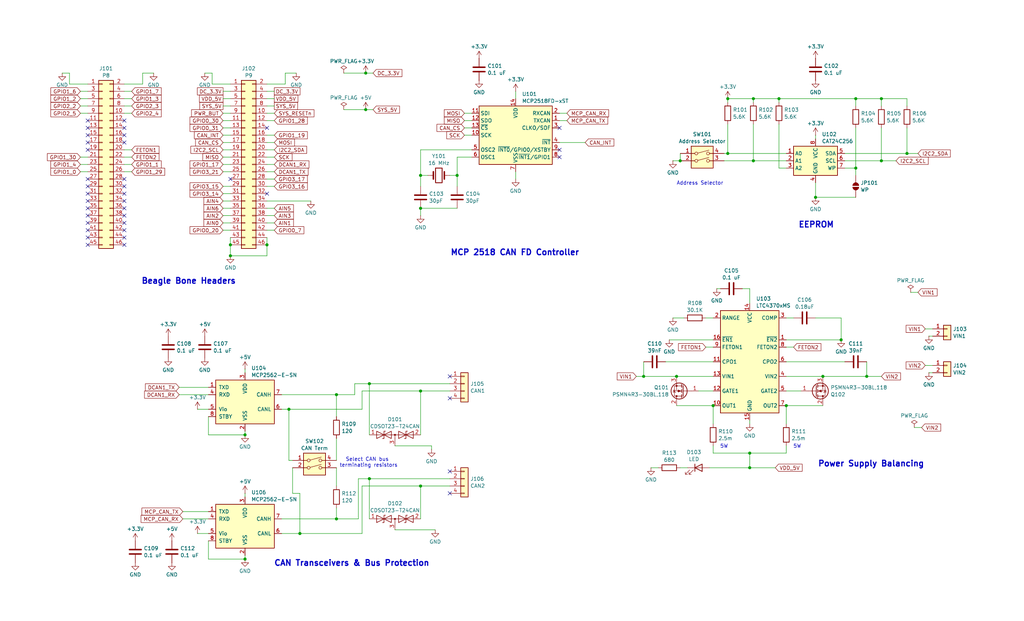
<source format=kicad_sch>
(kicad_sch (version 20231120) (generator "eeschema") (generator_version "8.0")
  (paper "USLegal")
  (title_block (title "Avdisplay Cape") (rev "1.0") (company "bit-builder.com"))
  (junction (at 273.05 140.97))
  (junction (at 297.18 58.42))
  (junction (at 116.84 137.16))
  (junction (at 80.01 85.09))
  (junction (at 146.05 168.91))
  (junction (at 146.05 135.89))
  (junction (at 80.01 88.9))
  (junction (at 146.05 72.39))
  (junction (at 116.84 180.34))
  (junction (at 85.09 194.31))
  (junction (at 297.18 34.29))
  (junction (at 146.05 60.96))
  (junction (at 158.75 60.96))
  (junction (at 283.21 68.58))
  (junction (at 261.62 34.29))
  (junction (at 314.96 53.34))
  (junction (at 128.27 133.35))
  (junction (at 285.75 130.81))
  (junction (at 292.1 118.11))
  (junction (at 300.99 130.81))
  (junction (at 252.73 34.29))
  (junction (at 306.07 34.29))
  (junction (at 260.35 157.48))
  (junction (at 260.35 162.56))
  (junction (at 252.73 53.34))
  (junction (at 85.09 151.13))
  (junction (at 128.27 166.37))
  (junction (at 261.62 55.88))
  (junction (at 306.07 55.88))
  (junction (at 236.22 55.88))
  (junction (at 247.65 140.97))
  (junction (at 100.33 142.24))
  (junction (at 234.95 130.81))
  (junction (at 104.14 185.42))
  (junction (at 127 25.4))
  (junction (at 223.52 130.81))
  (junction (at 92.71 85.09))
  (junction (at 270.51 34.29))
  (junction (at 127 38.1))
  (no_connect (at 30.48 72.39))
  (no_connect (at 30.48 44.45))
  (no_connect (at 43.18 46.99))
  (no_connect (at 30.48 62.23))
  (no_connect (at 156.21 163.83))
  (no_connect (at 43.18 41.91))
  (no_connect (at 43.18 80.01))
  (no_connect (at 156.21 138.43))
  (no_connect (at 43.18 67.31))
  (no_connect (at 43.18 44.45))
  (no_connect (at 43.18 64.77))
  (no_connect (at 43.18 49.53))
  (no_connect (at 43.18 77.47))
  (no_connect (at 194.31 44.45))
  (no_connect (at 43.18 69.85))
  (no_connect (at 156.21 171.45))
  (no_connect (at 92.71 44.45))
  (no_connect (at 30.48 46.99))
  (no_connect (at 194.31 52.07))
  (no_connect (at 43.18 82.55))
  (no_connect (at 30.48 49.53))
  (no_connect (at 43.18 85.09))
  (no_connect (at 30.48 41.91))
  (no_connect (at 80.01 62.23))
  (no_connect (at 30.48 82.55))
  (no_connect (at 30.48 80.01))
  (no_connect (at 30.48 85.09))
  (no_connect (at 43.18 62.23))
  (no_connect (at 30.48 77.47))
  (no_connect (at 30.48 64.77))
  (no_connect (at 30.48 67.31))
  (no_connect (at 43.18 72.39))
  (no_connect (at 30.48 74.93))
  (no_connect (at 156.21 130.81))
  (no_connect (at 30.48 69.85))
  (no_connect (at 30.48 52.07))
  (no_connect (at 43.18 74.93))
  (no_connect (at 92.71 67.31))
  (no_connect (at 194.31 54.61))
  (wire (pts (xy 127 38.1) (xy 129.54 38.1)))
  (wire (pts (xy 92.71 88.9) (xy 80.01 88.9)))
  (wire (pts (xy 77.47 52.07) (xy 80.01 52.07)))
  (wire (pts (xy 322.58 116.84) (xy 323.85 116.84)))
  (wire (pts (xy 72.39 187.96) (xy 72.39 194.31)))
  (wire (pts (xy 194.31 39.37) (xy 196.85 39.37)))
  (wire (pts (xy 99.06 29.21) (xy 99.06 25.4)))
  (wire (pts (xy 149.86 154.94) (xy 149.86 156.21)))
  (wire (pts (xy 158.75 54.61) (xy 158.75 60.96)))
  (wire (pts (xy 273.05 140.97) (xy 273.05 147.32)))
  (wire (pts (xy 77.47 34.29) (xy 80.01 34.29)))
  (wire (pts (xy 146.05 135.89) (xy 125.73 135.89)))
  (wire (pts (xy 292.1 110.49) (xy 292.1 118.11)))
  (wire (pts (xy 314.96 53.34) (xy 318.77 53.34)))
  (wire (pts (xy 245.11 110.49) (xy 247.65 110.49)))
  (wire (pts (xy 92.71 39.37) (xy 95.25 39.37)))
  (wire (pts (xy 261.62 55.88) (xy 273.05 55.88)))
  (wire (pts (xy 80.01 85.09) (xy 80.01 88.9)))
  (wire (pts (xy 125.73 168.91) (xy 125.73 185.42)))
  (wire (pts (xy 92.71 74.93) (xy 95.25 74.93)))
  (wire (pts (xy 77.47 44.45) (xy 80.01 44.45)))
  (wire (pts (xy 77.47 74.93) (xy 80.01 74.93)))
  (wire (pts (xy 273.05 120.65) (xy 275.59 120.65)))
  (wire (pts (xy 247.65 140.97) (xy 247.65 147.32)))
  (wire (pts (xy 100.33 142.24) (xy 97.79 142.24)))
  (wire (pts (xy 137.16 154.94) (xy 149.86 154.94)))
  (wire (pts (xy 77.47 39.37) (xy 80.01 39.37)))
  (wire (pts (xy 273.05 125.73) (xy 293.37 125.73)))
  (wire (pts (xy 77.47 36.83) (xy 80.01 36.83)))
  (wire (pts (xy 317.5 148.59) (xy 320.04 148.59)))
  (wire (pts (xy 72.39 151.13) (xy 85.09 151.13)))
  (wire (pts (xy 71.12 25.4) (xy 73.66 25.4)))
  (wire (pts (xy 300.99 125.73) (xy 300.99 130.81)))
  (wire (pts (xy 77.47 57.15) (xy 80.01 57.15)))
  (wire (pts (xy 137.16 184.15) (xy 151.13 184.15)))
  (wire (pts (xy 92.71 82.55) (xy 92.71 85.09)))
  (wire (pts (xy 92.71 52.07) (xy 95.25 52.07)))
  (wire (pts (xy 43.18 36.83) (xy 45.72 36.83)))
  (wire (pts (xy 321.31 114.3) (xy 323.85 114.3)))
  (wire (pts (xy 27.94 36.83) (xy 30.48 36.83)))
  (wire (pts (xy 62.23 137.16) (xy 72.39 137.16)))
  (wire (pts (xy 321.31 127) (xy 323.85 127)))
  (wire (pts (xy 270.51 34.29) (xy 270.51 35.56)))
  (wire (pts (xy 273.05 135.89) (xy 278.13 135.89)))
  (wire (pts (xy 27.94 31.75) (xy 30.48 31.75)))
  (wire (pts (xy 49.53 29.21) (xy 49.53 25.4)))
  (wire (pts (xy 306.07 55.88) (xy 311.15 55.88)))
  (wire (pts (xy 124.46 166.37) (xy 128.27 166.37)))
  (wire (pts (xy 77.47 77.47) (xy 80.01 77.47)))
  (wire (pts (xy 300.99 130.81) (xy 306.07 130.81)))
  (wire (pts (xy 156.21 135.89) (xy 146.05 135.89)))
  (wire (pts (xy 77.47 59.69) (xy 80.01 59.69)))
  (wire (pts (xy 292.1 118.11) (xy 273.05 118.11)))
  (wire (pts (xy 156.21 168.91) (xy 146.05 168.91)))
  (wire (pts (xy 62.23 134.62) (xy 72.39 134.62)))
  (wire (pts (xy 123.19 137.16) (xy 116.84 137.16)))
  (wire (pts (xy 92.71 54.61) (xy 95.25 54.61)))
  (wire (pts (xy 226.06 162.56) (xy 228.6 162.56)))
  (wire (pts (xy 283.21 63.5) (xy 283.21 68.58)))
  (wire (pts (xy 116.84 152.4) (xy 116.84 160.02)))
  (wire (pts (xy 43.18 59.69) (xy 45.72 59.69)))
  (wire (pts (xy 77.47 64.77) (xy 80.01 64.77)))
  (wire (pts (xy 27.94 59.69) (xy 30.48 59.69)))
  (wire (pts (xy 248.92 100.33) (xy 250.19 100.33)))
  (wire (pts (xy 146.05 60.96) (xy 146.05 64.77)))
  (wire (pts (xy 146.05 168.91) (xy 146.05 180.34)))
  (wire (pts (xy 92.71 80.01) (xy 95.25 80.01)))
  (wire (pts (xy 146.05 52.07) (xy 146.05 60.96)))
  (wire (pts (xy 101.6 160.02) (xy 100.33 160.02)))
  (wire (pts (xy 273.05 157.48) (xy 273.05 154.94)))
  (wire (pts (xy 92.71 62.23) (xy 95.25 62.23)))
  (wire (pts (xy 101.6 171.45) (xy 104.14 171.45)))
  (wire (pts (xy 247.65 154.94) (xy 247.65 157.48)))
  (wire (pts (xy 237.49 110.49) (xy 233.68 110.49)))
  (wire (pts (xy 27.94 34.29) (xy 30.48 34.29)))
  (wire (pts (xy 156.21 133.35) (xy 128.27 133.35)))
  (wire (pts (xy 261.62 34.29) (xy 261.62 35.56)))
  (wire (pts (xy 101.6 162.56) (xy 101.6 171.45)))
  (wire (pts (xy 92.71 85.09) (xy 92.71 88.9)))
  (wire (pts (xy 92.71 29.21) (xy 99.06 29.21)))
  (wire (pts (xy 297.18 58.42) (xy 293.37 58.42)))
  (wire (pts (xy 261.62 34.29) (xy 270.51 34.29)))
  (wire (pts (xy 270.51 34.29) (xy 297.18 34.29)))
  (wire (pts (xy 223.52 125.73) (xy 223.52 130.81)))
  (wire (pts (xy 283.21 68.58) (xy 297.18 68.58)))
  (wire (pts (xy 27.94 54.61) (xy 30.48 54.61)))
  (wire (pts (xy 77.47 54.61) (xy 80.01 54.61)))
  (wire (pts (xy 252.73 34.29) (xy 252.73 35.56)))
  (wire (pts (xy 119.38 25.4) (xy 127 25.4)))
  (wire (pts (xy 43.18 54.61) (xy 45.72 54.61)))
  (wire (pts (xy 73.66 25.4) (xy 73.66 29.21)))
  (wire (pts (xy 125.73 135.89) (xy 125.73 142.24)))
  (wire (pts (xy 124.46 180.34) (xy 124.46 166.37)))
  (wire (pts (xy 68.58 185.42) (xy 72.39 185.42)))
  (wire (pts (xy 68.58 142.24) (xy 72.39 142.24)))
  (wire (pts (xy 314.96 34.29) (xy 314.96 36.83)))
  (wire (pts (xy 322.58 129.54) (xy 323.85 129.54)))
  (wire (pts (xy 247.65 157.48) (xy 260.35 157.48)))
  (wire (pts (xy 92.71 41.91) (xy 95.25 41.91)))
  (wire (pts (xy 273.05 130.81) (xy 285.75 130.81)))
  (wire (pts (xy 306.07 44.45) (xy 306.07 55.88)))
  (wire (pts (xy 128.27 166.37) (xy 156.21 166.37)))
  (wire (pts (xy 179.07 59.69) (xy 179.07 62.23)))
  (wire (pts (xy 260.35 100.33) (xy 260.35 105.41)))
  (wire (pts (xy 21.59 25.4) (xy 24.13 25.4)))
  (wire (pts (xy 92.71 57.15) (xy 95.25 57.15)))
  (wire (pts (xy 163.83 52.07) (xy 146.05 52.07)))
  (wire (pts (xy 116.84 180.34) (xy 124.46 180.34)))
  (wire (pts (xy 128.27 133.35) (xy 123.19 133.35)))
  (wire (pts (xy 232.41 118.11) (xy 247.65 118.11)))
  (wire (pts (xy 92.71 64.77) (xy 95.25 64.77)))
  (wire (pts (xy 77.47 67.31) (xy 80.01 67.31)))
  (wire (pts (xy 63.5 177.8) (xy 72.39 177.8)))
  (wire (pts (xy 161.29 44.45) (xy 163.83 44.45)))
  (wire (pts (xy 260.35 157.48) (xy 260.35 162.56)))
  (wire (pts (xy 306.07 34.29) (xy 314.96 34.29)))
  (wire (pts (xy 179.07 31.75) (xy 179.07 34.29)))
  (wire (pts (xy 161.29 39.37) (xy 163.83 39.37)))
  (wire (pts (xy 92.71 77.47) (xy 95.25 77.47)))
  (wire (pts (xy 100.33 160.02) (xy 100.33 142.24)))
  (wire (pts (xy 146.05 72.39) (xy 146.05 74.93)))
  (wire (pts (xy 92.71 36.83) (xy 95.25 36.83)))
  (wire (pts (xy 297.18 34.29) (xy 306.07 34.29)))
  (wire (pts (xy 77.47 72.39) (xy 80.01 72.39)))
  (wire (pts (xy 273.05 110.49) (xy 275.59 110.49)))
  (wire (pts (xy 283.21 46.99) (xy 283.21 48.26)))
  (wire (pts (xy 92.71 69.85) (xy 107.95 69.85)))
  (wire (pts (xy 314.96 44.45) (xy 314.96 53.34)))
  (wire (pts (xy 72.39 144.78) (xy 72.39 151.13)))
  (wire (pts (xy 77.47 41.91) (xy 80.01 41.91)))
  (wire (pts (xy 252.73 43.18) (xy 252.73 53.34)))
  (wire (pts (xy 234.95 140.97) (xy 247.65 140.97)))
  (wire (pts (xy 97.79 180.34) (xy 116.84 180.34)))
  (wire (pts (xy 24.13 29.21) (xy 30.48 29.21)))
  (wire (pts (xy 92.71 72.39) (xy 95.25 72.39)))
  (wire (pts (xy 128.27 166.37) (xy 128.27 180.34)))
  (wire (pts (xy 77.47 31.75) (xy 80.01 31.75)))
  (wire (pts (xy 231.14 125.73) (xy 247.65 125.73)))
  (wire (pts (xy 251.46 55.88) (xy 261.62 55.88)))
  (wire (pts (xy 104.14 171.45) (xy 104.14 185.42)))
  (wire (pts (xy 260.35 162.56) (xy 269.24 162.56)))
  (wire (pts (xy 297.18 58.42) (xy 297.18 60.96)))
  (wire (pts (xy 158.75 60.96) (xy 158.75 64.77)))
  (wire (pts (xy 306.07 34.29) (xy 306.07 36.83)))
  (wire (pts (xy 80.01 82.55) (xy 80.01 85.09)))
  (wire (pts (xy 234.95 130.81) (xy 247.65 130.81)))
  (wire (pts (xy 119.38 38.1) (xy 127 38.1)))
  (wire (pts (xy 116.84 137.16) (xy 97.79 137.16)))
  (wire (pts (xy 43.18 39.37) (xy 45.72 39.37)))
  (wire (pts (xy 245.11 120.65) (xy 247.65 120.65)))
  (wire (pts (xy 73.66 29.21) (xy 80.01 29.21)))
  (wire (pts (xy 85.09 171.45) (xy 85.09 172.72)))
  (wire (pts (xy 85.09 128.27) (xy 85.09 129.54)))
  (wire (pts (xy 127 25.4) (xy 129.54 25.4)))
  (wire (pts (xy 125.73 142.24) (xy 100.33 142.24)))
  (wire (pts (xy 261.62 43.18) (xy 261.62 55.88)))
  (wire (pts (xy 92.71 59.69) (xy 95.25 59.69)))
  (wire (pts (xy 161.29 41.91) (xy 163.83 41.91)))
  (wire (pts (xy 72.39 194.31) (xy 85.09 194.31)))
  (wire (pts (xy 273.05 140.97) (xy 285.75 140.97)))
  (wire (pts (xy 116.84 176.53) (xy 116.84 180.34)))
  (wire (pts (xy 316.23 101.6) (xy 318.77 101.6)))
  (wire (pts (xy 43.18 52.07) (xy 45.72 52.07)))
  (wire (pts (xy 146.05 168.91) (xy 125.73 168.91)))
  (wire (pts (xy 43.18 34.29) (xy 45.72 34.29)))
  (wire (pts (xy 123.19 133.35) (xy 123.19 137.16)))
  (wire (pts (xy 252.73 34.29) (xy 261.62 34.29)))
  (wire (pts (xy 92.71 31.75) (xy 95.25 31.75)))
  (wire (pts (xy 63.5 180.34) (xy 72.39 180.34)))
  (wire (pts (xy 77.47 80.01) (xy 80.01 80.01)))
  (wire (pts (xy 220.98 130.81) (xy 223.52 130.81)))
  (wire (pts (xy 77.47 46.99) (xy 80.01 46.99)))
  (wire (pts (xy 92.71 34.29) (xy 95.25 34.29)))
  (wire (pts (xy 293.37 53.34) (xy 314.96 53.34)))
  (wire (pts (xy 27.94 39.37) (xy 30.48 39.37)))
  (wire (pts (xy 194.31 49.53) (xy 203.2 49.53)))
  (wire (pts (xy 285.75 130.81) (xy 300.99 130.81)))
  (wire (pts (xy 27.94 57.15) (xy 30.48 57.15)))
  (wire (pts (xy 252.73 53.34) (xy 273.05 53.34)))
  (wire (pts (xy 128.27 133.35) (xy 128.27 151.13)))
  (wire (pts (xy 236.22 162.56) (xy 238.76 162.56)))
  (wire (pts (xy 297.18 44.45) (xy 297.18 58.42)))
  (wire (pts (xy 236.22 53.34) (xy 236.22 55.88)))
  (wire (pts (xy 146.05 135.89) (xy 146.05 151.13)))
  (wire (pts (xy 24.13 25.4) (xy 24.13 29.21)))
  (wire (pts (xy 85.09 193.04) (xy 85.09 194.31)))
  (wire (pts (xy 161.29 46.99) (xy 163.83 46.99)))
  (wire (pts (xy 43.18 57.15) (xy 45.72 57.15)))
  (wire (pts (xy 233.68 55.88) (xy 236.22 55.88)))
  (wire (pts (xy 146.05 60.96) (xy 148.59 60.96)))
  (wire (pts (xy 251.46 53.34) (xy 252.73 53.34)))
  (wire (pts (xy 242.57 135.89) (xy 247.65 135.89)))
  (wire (pts (xy 85.09 149.86) (xy 85.09 151.13)))
  (wire (pts (xy 194.31 41.91) (xy 196.85 41.91)))
  (wire (pts (xy 43.18 31.75) (xy 45.72 31.75)))
  (wire (pts (xy 116.84 137.16) (xy 116.84 144.78)))
  (wire (pts (xy 223.52 130.81) (xy 234.95 130.81)))
  (wire (pts (xy 99.06 25.4) (xy 102.87 25.4)))
  (wire (pts (xy 260.35 100.33) (xy 257.81 100.33)))
  (wire (pts (xy 260.35 146.05) (xy 260.35 147.32)))
  (wire (pts (xy 125.73 185.42) (xy 104.14 185.42)))
  (wire (pts (xy 158.75 60.96) (xy 156.21 60.96)))
  (wire (pts (xy 283.21 110.49) (xy 292.1 110.49)))
  (wire (pts (xy 146.05 72.39) (xy 158.75 72.39)))
  (wire (pts (xy 260.35 157.48) (xy 273.05 157.48)))
  (wire (pts (xy 246.38 162.56) (xy 260.35 162.56)))
  (wire (pts (xy 92.71 49.53) (xy 95.25 49.53)))
  (wire (pts (xy 293.37 55.88) (xy 306.07 55.88)))
  (wire (pts (xy 77.47 69.85) (xy 80.01 69.85)))
  (wire (pts (xy 43.18 29.21) (xy 49.53 29.21)))
  (wire (pts (xy 270.51 58.42) (xy 273.05 58.42)))
  (wire (pts (xy 104.14 185.42) (xy 97.79 185.42)))
  (wire (pts (xy 163.83 54.61) (xy 158.75 54.61)))
  (wire (pts (xy 297.18 34.29) (xy 297.18 36.83)))
  (wire (pts (xy 92.71 46.99) (xy 95.25 46.99)))
  (wire (pts (xy 270.51 43.18) (xy 270.51 58.42)))
  (wire (pts (xy 116.84 162.56) (xy 116.84 168.91)))
  (wire (pts (xy 49.53 25.4) (xy 53.34 25.4)))
  (wire (pts (xy 77.47 49.53) (xy 80.01 49.53)))
  (text "EEPROM" (at 283.464 78.232 0) (effects (font (size 2 2) (bold yes))))
  (text "Beagle Bone Headers" (at 65.532 97.79 0) (effects (font (size 2 2) (bold yes))))
  (text "CAN Transceivers & Bus Protection" (at 122.174 195.834 0) (effects (font (size 2 2) (bold yes))))
  (text "MCP 2518 CAN FD Controller" (at 178.816 87.884 0) (effects (font (size 2 2) (bold yes))))
  (text "Power Supply Balancing" (at 302.514 161.29 0) (effects (font (size 2 2) (bold yes))))
  (text "5W" (at 276.86 155.194 0) (effects (font (size 1.27 1.27))))
  (text "Select CAN bus \nterminating resistors" (at 128.016 160.782 0) (effects (font (size 1.27 1.27))))
  (text "Address Selector" (at 243.078 63.754 0) (effects (font (size 1.27 1.27))))
  (text "5W" (at 251.46 155.194 0) (effects (font (size 1.27 1.27))))
  (global_label "PWR_BUT" (shape input) (at 77.47 39.37 180) (property "Intersheetrefs" "${INTERSHEET_REFS}" (effects (hide yes))))
  (global_label "GPIO0_30" (shape input) (at 77.47 41.91 180) (property "Intersheetrefs" "${INTERSHEET_REFS}" (effects (hide yes))))
  (global_label "GPIO3_15" (shape input) (at 77.47 64.77 180) (property "Intersheetrefs" "${INTERSHEET_REFS}" (effects (hide yes))))
  (global_label "AIN4" (shape input) (at 77.47 69.85 180) (property "Intersheetrefs" "${INTERSHEET_REFS}" (effects (hide yes))))
  (global_label "GPIO0_31" (shape input) (at 77.47 44.45 180) (property "Intersheetrefs" "${INTERSHEET_REFS}" (effects (hide yes))))
  (global_label "SCK" (shape input) (at 161.29 46.99 180) (property "Intersheetrefs" "${INTERSHEET_REFS}" (effects (hide yes))))
  (global_label "GPIO1_2" (shape input) (at 27.94 34.29 180) (property "Intersheetrefs" "${INTERSHEET_REFS}" (effects (hide yes))))
  (global_label "CAN_CS" (shape input) (at 77.47 49.53 180) (property "Intersheetrefs" "${INTERSHEET_REFS}" (effects (hide yes))))
  (global_label "SYS_RESETn" (shape input) (at 95.25 39.37 0) (property "Intersheetrefs" "${INTERSHEET_REFS}" (effects (hide yes))))
  (global_label "GPIO1_19" (shape input) (at 95.25 46.99 0) (property "Intersheetrefs" "${INTERSHEET_REFS}" (effects (hide yes))))
  (global_label "GPIO0_7" (shape input) (at 95.25 80.01 0) (property "Intersheetrefs" "${INTERSHEET_REFS}" (effects (hide yes))))
  (global_label "I2C2_SCL" (shape input) (at 77.47 52.07 180) (property "Intersheetrefs" "${INTERSHEET_REFS}" (effects (hide yes))))
  (global_label "I2C2_SCL" (shape input) (at 311.15 55.88 0) (property "Intersheetrefs" "${INTERSHEET_REFS}" (effects (hide yes))))
  (global_label "AIN1" (shape input) (at 95.25 77.47 0) (property "Intersheetrefs" "${INTERSHEET_REFS}" (effects (hide yes))))
  (global_label "VIN1" (shape input) (at 318.77 101.6 0) (property "Intersheetrefs" "${INTERSHEET_REFS}" (effects (hide yes))))
  (global_label "VIN1" (shape input) (at 220.98 130.81 180) (property "Intersheetrefs" "${INTERSHEET_REFS}" (effects (hide yes))))
  (global_label "DC_3.3V" (shape passive) (at 95.25 31.75 0) (property "Intersheetrefs" "${INTERSHEET_REFS}" (effects (hide yes))))
  (global_label "AIN6" (shape input) (at 77.47 72.39 180) (property "Intersheetrefs" "${INTERSHEET_REFS}" (effects (hide yes))))
  (global_label "AIN3" (shape input) (at 95.25 74.93 0) (property "Intersheetrefs" "${INTERSHEET_REFS}" (effects (hide yes))))
  (global_label "VIN2" (shape input) (at 321.31 127 180) (property "Intersheetrefs" "${INTERSHEET_REFS}" (effects (hide yes))))
  (global_label "MCP_CAN_TX" (shape input) (at 196.85 41.91 0) (property "Intersheetrefs" "${INTERSHEET_REFS}" (effects (hide yes))))
  (global_label "CAN_INT" (shape input) (at 77.47 46.99 180) (property "Intersheetrefs" "${INTERSHEET_REFS}" (effects (hide yes))))
  (global_label "GPIO1_1" (shape input) (at 45.72 57.15 0) (property "Intersheetrefs" "${INTERSHEET_REFS}" (effects (hide yes))))
  (global_label "MISO" (shape input) (at 77.47 54.61 180) (property "Intersheetrefs" "${INTERSHEET_REFS}" (effects (hide yes))))
  (global_label "AIN2" (shape input) (at 77.47 74.93 180) (property "Intersheetrefs" "${INTERSHEET_REFS}" (effects (hide yes))))
  (global_label "GPIO1_7" (shape input) (at 45.72 31.75 0) (property "Intersheetrefs" "${INTERSHEET_REFS}" (effects (hide yes))))
  (global_label "GPIO3_16" (shape input) (at 95.25 64.77 0) (property "Intersheetrefs" "${INTERSHEET_REFS}" (effects (hide yes))))
  (global_label "GPIO3_21" (shape input) (at 77.47 59.69 180) (property "Intersheetrefs" "${INTERSHEET_REFS}" (effects (hide yes))))
  (global_label "CAN_CS" (shape input) (at 161.29 44.45 180) (property "Intersheetrefs" "${INTERSHEET_REFS}" (effects (hide yes))))
  (global_label "AIN0" (shape input) (at 77.47 77.47 180) (property "Intersheetrefs" "${INTERSHEET_REFS}" (effects (hide yes))))
  (global_label "GPIO3_14" (shape input) (at 77.47 67.31 180) (property "Intersheetrefs" "${INTERSHEET_REFS}" (effects (hide yes))))
  (global_label "VIN2" (shape input) (at 306.07 130.81 0) (property "Intersheetrefs" "${INTERSHEET_REFS}" (effects (hide yes))))
  (global_label "VDD_5V" (shape passive) (at 95.25 34.29 0) (property "Intersheetrefs" "${INTERSHEET_REFS}" (effects (hide yes))))
  (global_label "GPIO1_29" (shape input) (at 45.72 59.69 0) (property "Intersheetrefs" "${INTERSHEET_REFS}" (effects (hide yes))))
  (global_label "GPIO2_2" (shape input) (at 27.94 36.83 180) (property "Intersheetrefs" "${INTERSHEET_REFS}" (effects (hide yes))))
  (global_label "SYS_5V" (shape input) (at 129.54 38.1 0) (property "Intersheetrefs" "${INTERSHEET_REFS}" (effects (hide yes))))
  (global_label "GPIO0_20" (shape input) (at 77.47 80.01 180) (property "Intersheetrefs" "${INTERSHEET_REFS}" (effects (hide yes))))
  (global_label "GPIO1_30" (shape input) (at 27.94 54.61 180) (property "Intersheetrefs" "${INTERSHEET_REFS}" (effects (hide yes))))
  (global_label "GPIO2_5" (shape input) (at 27.94 39.37 180) (property "Intersheetrefs" "${INTERSHEET_REFS}" (effects (hide yes))))
  (global_label "FETON2" (shape input) (at 275.59 120.65 0) (property "Intersheetrefs" "${INTERSHEET_REFS}" (effects (hide yes))))
  (global_label "MCP_CAN_RX" (shape input) (at 63.5 180.34 180) (property "Intersheetrefs" "${INTERSHEET_REFS}" (effects (hide yes))))
  (global_label "FETON1" (shape input) (at 245.11 120.65 180) (property "Intersheetrefs" "${INTERSHEET_REFS}" (effects (hide yes))))
  (global_label "MOSI" (shape input) (at 161.29 39.37 180) (property "Intersheetrefs" "${INTERSHEET_REFS}" (effects (hide yes))))
  (global_label "MCP_CAN_TX" (shape input) (at 63.5 177.8 180) (property "Intersheetrefs" "${INTERSHEET_REFS}" (effects (hide yes))))
  (global_label "MISO" (shape input) (at 161.29 41.91 180) (property "Intersheetrefs" "${INTERSHEET_REFS}" (effects (hide yes))))
  (global_label "DCAN1_TX" (shape input) (at 95.25 59.69 0) (property "Intersheetrefs" "${INTERSHEET_REFS}" (effects (hide yes))))
  (global_label "VDD_5V" (shape passive) (at 77.47 34.29 180) (property "Intersheetrefs" "${INTERSHEET_REFS}" (effects (hide yes))))
  (global_label "MCP_CAN_RX" (shape input) (at 196.85 39.37 0) (property "Intersheetrefs" "${INTERSHEET_REFS}" (effects (hide yes))))
  (global_label "CAN_INT" (shape input) (at 203.2 49.53 0) (property "Intersheetrefs" "${INTERSHEET_REFS}" (effects (hide yes))))
  (global_label "GPIO1_28" (shape input) (at 95.25 41.91 0) (property "Intersheetrefs" "${INTERSHEET_REFS}" (effects (hide yes))))
  (global_label "SCK" (shape input) (at 95.25 54.61 0) (property "Intersheetrefs" "${INTERSHEET_REFS}" (effects (hide yes))))
  (global_label "GPIO1_6" (shape input) (at 27.94 31.75 180) (property "Intersheetrefs" "${INTERSHEET_REFS}" (effects (hide yes))))
  (global_label "GPIO2_3" (shape input) (at 45.72 36.83 0) (property "Intersheetrefs" "${INTERSHEET_REFS}" (effects (hide yes))))
  (global_label "MOSI" (shape input) (at 95.25 49.53 0) (property "Intersheetrefs" "${INTERSHEET_REFS}" (effects (hide yes))))
  (global_label "GPIO1_3" (shape input) (at 45.72 34.29 0) (property "Intersheetrefs" "${INTERSHEET_REFS}" (effects (hide yes))))
  (global_label "SYS_5V" (shape passive) (at 95.25 36.83 0) (property "Intersheetrefs" "${INTERSHEET_REFS}" (effects (hide yes))))
  (global_label "I2C2_SDA" (shape input) (at 318.77 53.34 0) (property "Intersheetrefs" "${INTERSHEET_REFS}" (effects (hide yes))))
  (global_label "GPIO3_17" (shape input) (at 95.25 62.23 0) (property "Intersheetrefs" "${INTERSHEET_REFS}" (effects (hide yes))))
  (global_label "GPIO1_4" (shape input) (at 27.94 57.15 180) (property "Intersheetrefs" "${INTERSHEET_REFS}" (effects (hide yes))))
  (global_label "GPIO1_17" (shape input) (at 77.47 57.15 180) (property "Intersheetrefs" "${INTERSHEET_REFS}" (effects (hide yes))))
  (global_label "DCAN1_RX" (shape input) (at 95.25 57.15 0) (property "Intersheetrefs" "${INTERSHEET_REFS}" (effects (hide yes))))
  (global_label "FETON1" (shape input) (at 45.72 52.07 0) (property "Intersheetrefs" "${INTERSHEET_REFS}" (effects (hide yes))))
  (global_label "DC_3.3V" (shape passive) (at 77.47 31.75 180) (property "Intersheetrefs" "${INTERSHEET_REFS}" (effects (hide yes))))
  (global_label "GPIO2_4" (shape input) (at 45.72 39.37 0) (property "Intersheetrefs" "${INTERSHEET_REFS}" (effects (hide yes))))
  (global_label "VDD_5V" (shape input) (at 269.24 162.56 0) (property "Intersheetrefs" "${INTERSHEET_REFS}" (effects (hide yes))))
  (global_label "VIN2" (shape input) (at 320.04 148.59 0) (property "Intersheetrefs" "${INTERSHEET_REFS}" (effects (hide yes))))
  (global_label "GPIO1_0" (shape input) (at 27.94 59.69 180) (property "Intersheetrefs" "${INTERSHEET_REFS}" (effects (hide yes))))
  (global_label "VIN1" (shape input) (at 321.31 114.3 180) (property "Intersheetrefs" "${INTERSHEET_REFS}" (effects (hide yes))))
  (global_label "FETON2" (shape input) (at 45.72 54.61 0) (property "Intersheetrefs" "${INTERSHEET_REFS}" (effects (hide yes))))
  (global_label "AIN5" (shape input) (at 95.25 72.39 0) (property "Intersheetrefs" "${INTERSHEET_REFS}" (effects (hide yes))))
  (global_label "DC_3.3V" (shape input) (at 129.54 25.4 0) (property "Intersheetrefs" "${INTERSHEET_REFS}" (effects (hide yes))))
  (global_label "DCAN1_RX" (shape input) (at 62.23 137.16 180) (property "Intersheetrefs" "${INTERSHEET_REFS}" (effects (hide yes))))
  (global_label "DCAN1_TX" (shape input) (at 62.23 134.62 180) (property "Intersheetrefs" "${INTERSHEET_REFS}" (effects (hide yes))))
  (global_label "I2C2_SDA" (shape input) (at 95.25 52.07 0) (property "Intersheetrefs" "${INTERSHEET_REFS}" (effects (hide yes))))
  (global_label "SYS_5V" (shape passive) (at 77.47 36.83 180) (property "Intersheetrefs" "${INTERSHEET_REFS}" (effects (hide yes))))
  (symbol (lib_id "power:GND") (at 107.95 69.85 0) (unit 1)
    (property "Reference" "#PWR0143" (effects (hide yes)))
    (property "Value" "GND" (at 107.95 73.9831 0))
    (property "Description" "Power symbol creates a global label with name \"GND\" , ground" (effects (hide yes)))
  )
  (symbol (lib_id "Device:R") (at 232.41 162.56 90) (unit 1)
    (property "Reference" "R113" (at 232.41 157.3995 90))
    (property "Value" "680" (at 232.41 159.8238 90))
    (property "Footprint" "Resistor_SMD:R_0603_1608Metric" (effects (hide yes)))
    (property "Description" "Resistor" (effects (hide yes)))
  )
  (symbol (lib_id "Switch:SW_DIP_x02") (at 109.22 162.56 0) (unit 1)
    (property "Reference" "SW102" (at 109.22 153.3355 0))
    (property "Value" "CAN Term" (at 109.22 155.7598 0))
    (property "Footprint" "Button_Switch_THT:SW_DIP_SPSTx02_Slide_9.78x7.26mm_W7.62mm_P2.54mm" (effects (hide yes)))
    (property "Description" "2x DIP Switch, Single Pole Single Throw (SPST) switch, small symbol" (effects (hide yes)))
  )
  (symbol (lib_id "Device:R") (at 116.84 172.72 0) (unit 1)
    (property "Reference" "R112" (at 118.618 171.5078 0) (effects (justify left)))
    (property "Value" "120" (at 118.618 173.9321 0) (effects (justify left)))
    (property "Footprint" "Resistor_SMD:R_1206_3216Metric" (effects (hide yes)))
    (property "Description" "Resistor" (effects (hide yes)))
  )
  (symbol (lib_id "Transistor_FET:IRFS4115") (at 283.21 135.89 0) (mirror x) (unit 1)
    (property "Reference" "Q102" (at 288.417 137.1022 0) (effects (justify left)))
    (property "Value" "PSMN4R3-30BL,118" (at 288.417 134.6779 0) (effects (justify left)))
    (property "Footprint" "Package_TO_SOT_SMD:TO-263-2" (effects (hide yes)))
    (property "Datasheet" "https://www.infineon.com/dgdl/irfs4115pbf.pdf?fileId=5546d462533600a401535636e5d2218f" (effects (hide yes)))
    (property "Description" "99A Id, 150V Vds, 10.3mOhm Rds, N-Channel HEXFET Power MOSFET, D2PAK" (effects (hide yes)))
  )
  (symbol (lib_id "power:PWR_FLAG") (at 119.38 25.4 0) (unit 1)
    (property "Reference" "#FLG0102" (effects (hide yes)))
    (property "Value" "PWR_FLAG" (at 119.38 21.2669 0))
    (property "Description" "Special symbol for telling ERC where power comes from" (effects (hide yes)))
  )
  (symbol (lib_id "power:+5V") (at 85.09 171.45 0) (unit 1)
    (property "Reference" "#PWR0137" (effects (hide yes)))
    (property "Value" "+5V" (at 85.09 167.3169 0))
    (property "Description" "Power symbol creates a global label with name \"+5V\"" (effects (hide yes)))
  )
  (symbol (lib_id "power:GND") (at 59.69 195.58 0) (unit 1)
    (property "Reference" "#PWR0142" (effects (hide yes)))
    (property "Value" "GND" (at 59.69 199.7131 0))
    (property "Description" "Power symbol creates a global label with name \"GND\" , ground" (effects (hide yes)))
  )
  (symbol (lib_id "power:+3.3V") (at 179.07 31.75 0) (unit 1)
    (property "Reference" "#PWR0109" (effects (hide yes)))
    (property "Value" "+3.3V" (at 179.07 27.6169 0))
    (property "Description" "Power symbol creates a global label with name \"+3.3V\"" (effects (hide yes)))
  )
  (symbol (lib_id "power:+5V") (at 85.09 128.27 0) (unit 1)
    (property "Reference" "#PWR0128" (effects (hide yes)))
    (property "Value" "+5V" (at 85.09 124.1369 0))
    (property "Description" "Power symbol creates a global label with name \"+5V\"" (effects (hide yes)))
  )
  (symbol (lib_id "power:GND") (at 71.12 124.46 0) (unit 1)
    (property "Reference" "#PWR0127" (effects (hide yes)))
    (property "Value" "GND" (at 71.12 128.5931 0))
    (property "Description" "Power symbol creates a global label with name \"GND\" , ground" (effects (hide yes)))
  )
  (symbol (lib_id "power:GND") (at 151.13 184.15 0) (unit 1)
    (property "Reference" "#PWR0139" (effects (hide yes)))
    (property "Value" "GND" (at 151.13 188.2831 0))
    (property "Description" "Power symbol creates a global label with name \"GND\" , ground" (effects (hide yes)))
  )
  (symbol (lib_id "power:+3.3V") (at 68.58 185.42 0) (unit 1)
    (property "Reference" "#PWR0120" (effects (hide yes)))
    (property "Value" "+3.3V" (at 68.58 181.2869 0))
    (property "Description" "Power symbol creates a global label with name \"+3.3V\"" (effects (hide yes)))
  )
  (symbol (lib_id "Device:R") (at 252.73 39.37 0) (unit 1)
    (property "Reference" "R101" (at 254.508 38.1578 0) (effects (justify left)))
    (property "Value" "5.6K" (at 254.508 40.5821 0) (effects (justify left)))
    (property "Footprint" "Resistor_SMD:R_0603_1608Metric" (effects (hide yes)))
    (property "Description" "Resistor" (effects (hide yes)))
  )
  (symbol (lib_id "power:GND") (at 53.34 25.4 0) (unit 1)
    (property "Reference" "#PWR0104" (effects (hide yes)))
    (property "Value" "GND" (at 53.34 29.5331 0))
    (property "Description" "Power symbol creates a global label with name \"GND\" , ground" (effects (hide yes)))
  )
  (symbol (lib_id "power:+5V") (at 71.12 116.84 0) (unit 1)
    (property "Reference" "#PWR0121" (effects (hide yes)))
    (property "Value" "+5V" (at 71.12 112.7069 0))
    (property "Description" "Power symbol creates a global label with name \"+5V\"" (effects (hide yes)))
  )
  (symbol (lib_id "Device:R") (at 261.62 39.37 0) (unit 1)
    (property "Reference" "R102" (at 263.398 38.1578 0) (effects (justify left)))
    (property "Value" "5.6K" (at 263.398 40.5821 0) (effects (justify left)))
    (property "Footprint" "Resistor_SMD:R_0603_1608Metric" (effects (hide yes)))
    (property "Description" "Resistor" (effects (hide yes)))
  )
  (symbol (lib_id "power:+3.3V") (at 58.42 116.84 0) (unit 1)
    (property "Reference" "#PWR0125" (effects (hide yes)))
    (property "Value" "+3.3V" (at 58.42 112.7069 0))
    (property "Description" "Power symbol creates a global label with name \"+3.3V\"" (effects (hide yes)))
  )
  (symbol (lib_id "power:GND") (at 58.42 124.46 0) (unit 1)
    (property "Reference" "#PWR0129" (effects (hide yes)))
    (property "Value" "GND" (at 58.42 128.5931 0))
    (property "Description" "Power symbol creates a global label with name \"GND\" , ground" (effects (hide yes)))
  )
  (symbol (lib_id "power:GND") (at 146.05 74.93 0) (unit 1)
    (property "Reference" "#PWR0116" (effects (hide yes)))
    (property "Value" "GND" (at 146.05 79.0631 0))
    (property "Description" "Power symbol creates a global label with name \"GND\" , ground" (effects (hide yes)))
  )
  (symbol (lib_id "power:+5V") (at 59.69 187.96 0) (unit 1)
    (property "Reference" "#PWR0140" (effects (hide yes)))
    (property "Value" "+5V" (at 59.69 183.8269 0))
    (property "Description" "Power symbol creates a global label with name \"+5V\"" (effects (hide yes)))
  )
  (symbol (lib_id "Device:R") (at 297.18 40.64 0) (unit 1)
    (property "Reference" "R104" (at 298.958 39.4278 0) (effects (justify left)))
    (property "Value" "5.6K" (at 298.958 41.8521 0) (effects (justify left)))
    (property "Footprint" "Resistor_SMD:R_0603_1608Metric" (effects (hide yes)))
    (property "Description" "Resistor" (effects (hide yes)))
  )
  (symbol (lib_id "Device:C") (at 58.42 120.65 0) (unit 1)
    (property "Reference" "C108" (at 61.341 119.4378 0) (effects (justify left)))
    (property "Value" "0.1 uF" (at 61.341 121.8621 0) (effects (justify left)))
    (property "Footprint" "Capacitor_SMD:C_0603_1608Metric" (effects (hide yes)))
    (property "Description" "Unpolarized capacitor" (effects (hide yes)))
  )
  (symbol (lib_id "power:GND") (at 248.92 100.33 0) (unit 1)
    (property "Reference" "#PWR0119" (effects (hide yes)))
    (property "Value" "GND" (at 248.92 104.4631 0))
    (property "Description" "Power symbol creates a global label with name \"GND\" , ground" (effects (hide yes)))
  )
  (symbol (lib_id "power:GND") (at 149.86 156.21 0) (unit 1)
    (property "Reference" "#PWR0136" (effects (hide yes)))
    (property "Value" "GND" (at 149.86 160.3431 0))
    (property "Description" "Power symbol creates a global label with name \"GND\" , ground" (effects (hide yes)))
  )
  (symbol (lib_id "power:GND") (at 21.59 25.4 0) (unit 1)
    (property "Reference" "#PWR0103" (effects (hide yes)))
    (property "Value" "GND" (at 21.59 29.5331 0))
    (property "Description" "Power symbol creates a global label with name \"GND\" , ground" (effects (hide yes)))
  )
  (symbol (lib_id "Connector_Generic:Conn_02x23_Odd_Even") (at 85.09 57.15 0) (unit 1)
    (property "Reference" "J102" (at 86.36 23.7955 0))
    (property "Value" "P9" (at 86.36 26.2198 0))
    (property "Footprint" "Connector_PinHeader_2.54mm:PinHeader_2x23_P2.54mm_Vertical" (effects (hide yes)))
    (property "Description" "Generic connector, double row, 02x23, odd/even pin numbering scheme (row 1 odd numbers, row 2 even numbers), script generated (kicad-library-utils/schlib/autogen/connector/)" (effects (hide yes)))
  )
  (symbol (lib_id "power:PWR_FLAG") (at 317.5 148.59 0) (unit 1)
    (property "Reference" "#FLG0104" (effects (hide yes)))
    (property "Value" "PWR_FLAG" (at 317.5 144.4569 0))
    (property "Description" "Special symbol for telling ERC where power comes from" (effects (hide yes)))
  )
  (symbol (lib_id "power:GND") (at 80.01 88.9 0) (unit 1)
    (property "Reference" "#PWR0118" (effects (hide yes)))
    (property "Value" "GND" (at 80.01 93.0331 0))
    (property "Description" "Power symbol creates a global label with name \"GND\" , ground" (effects (hide yes)))
  )
  (symbol (lib_id "Connector_Generic:Conn_01x04") (at 161.29 133.35 0) (unit 1)
    (property "Reference" "J105" (at 163.322 133.4078 0) (effects (justify left)))
    (property "Value" "CAN1" (at 163.322 135.8321 0) (effects (justify left)))
    (property "Footprint" "Connector_JST:JST_EH_B4B-EH-A_1x04_P2.50mm_Vertical" (effects (hide yes)))
    (property "Description" "Generic connector, single row, 01x04, script generated (kicad-library-utils/schlib/autogen/connector/)" (effects (hide yes)))
  )
  (symbol (lib_id "power:GND") (at 179.07 62.23 0) (unit 1)
    (property "Reference" "#PWR0114" (effects (hide yes)))
    (property "Value" "GND" (at 179.07 66.3631 0))
    (property "Description" "Power symbol creates a global label with name \"GND\" , ground" (effects (hide yes)))
  )
  (symbol (lib_id "power:GND") (at 226.06 162.56 0) (unit 1)
    (property "Reference" "#PWR0146" (effects (hide yes)))
    (property "Value" "GND" (at 226.06 166.6931 0))
    (property "Description" "Power symbol creates a global label with name \"GND\" , ground" (effects (hide yes)))
  )
  (symbol (lib_id "power:GND") (at 233.68 55.88 0) (unit 1)
    (property "Reference" "#PWR0112" (effects (hide yes)))
    (property "Value" "GND" (at 233.68 60.0131 0))
    (property "Description" "Power symbol creates a global label with name \"GND\" , ground" (effects (hide yes)))
  )
  (symbol (lib_id "Device:C") (at 46.99 191.77 0) (unit 1)
    (property "Reference" "C109" (at 49.911 190.5578 0) (effects (justify left)))
    (property "Value" "0.1 uF" (at 49.911 192.9821 0) (effects (justify left)))
    (property "Footprint" "Capacitor_SMD:C_0603_1608Metric" (effects (hide yes)))
    (property "Description" "Unpolarized capacitor" (effects (hide yes)))
  )
  (symbol (lib_id "Power_Management:LTC4370xMS") (at 260.35 125.73 0) (unit 1)
    (property "Reference" "U103" (at 262.5441 103.8055 0) (effects (justify left)))
    (property "Value" "LTC4370xMS" (at 262.5441 106.2298 0) (effects (justify left)))
    (property "Footprint" "Package_SO:MSOP-16_3x4mm_P0.5mm" (effects (hide yes)))
    (property "Datasheet" "https://www.analog.com/media/en/technical-documentation/data-sheets/4370f.pdf" (effects (hide yes)))
    (property "Description" "OR Controller Current Sharing Controller N-Channel 2:1, MSOP-16" (effects (hide yes)))
  )
  (symbol (lib_id "power:GND") (at 46.99 195.58 0) (unit 1)
    (property "Reference" "#PWR0130" (effects (hide yes)))
    (property "Value" "GND" (at 46.99 199.7131 0))
    (property "Description" "Power symbol creates a global label with name \"GND\" , ground" (effects (hide yes)))
  )
  (symbol (lib_id "power:GND") (at 283.21 27.94 0) (unit 1)
    (property "Reference" "#PWR0108" (effects (hide yes)))
    (property "Value" "GND" (at 283.21 32.0731 0))
    (property "Description" "Power symbol creates a global label with name \"GND\" , ground" (effects (hide yes)))
  )
  (symbol (lib_id "Device:C") (at 71.12 120.65 0) (unit 1)
    (property "Reference" "C107" (at 74.041 119.4378 0) (effects (justify left)))
    (property "Value" "0.1 uF" (at 74.041 121.8621 0) (effects (justify left)))
    (property "Footprint" "Capacitor_SMD:C_0603_1608Metric" (effects (hide yes)))
    (property "Description" "Unpolarized capacitor" (effects (hide yes)))
  )
  (symbol (lib_id "power:GND") (at 322.58 129.54 0) (unit 1)
    (property "Reference" "#PWR0131" (effects (hide yes)))
    (property "Value" "GND" (at 322.58 133.6731 0))
    (property "Description" "Power symbol creates a global label with name \"GND\" , ground" (effects (hide yes)))
  )
  (symbol (lib_id "power:GND") (at 166.37 27.94 0) (unit 1)
    (property "Reference" "#PWR0107" (effects (hide yes)))
    (property "Value" "GND" (at 166.37 32.0731 0))
    (property "Description" "Power symbol creates a global label with name \"GND\" , ground" (effects (hide yes)))
  )
  (symbol (lib_id "Diode:SM712_SOT23") (at 137.16 151.13 0) (unit 1)
    (property "Reference" "D101" (at 137.16 145.7409 0))
    (property "Value" "CDSOT23-T24CAN" (at 137.16 148.1652 0))
    (property "Footprint" "Package_TO_SOT_SMD:SOT-23" (effects (hide yes)))
    (property "Datasheet" "https://www.littelfuse.com/~/media/electronics/datasheets/tvs_diode_arrays/littelfuse_tvs_diode_array_sm712_datasheet.pdf.pdf" (effects (hide yes)))
    (property "Description" "7V/12V, 600W Asymmetrical TVS Diode Array, SOT-23" (effects (hide yes)))
  )
  (symbol (lib_id "Interface_CAN_LIN:MCP2562-E-SN") (at 85.09 182.88 0) (unit 1)
    (property "Reference" "U106" (at 87.2841 171.1155 0) (effects (justify left)))
    (property "Value" "MCP2562-E-SN" (at 87.2841 173.5398 0) (effects (justify left)))
    (property "Footprint" "Package_SO:SOIC-8_3.9x4.9mm_P1.27mm" (effects (hide yes)))
    (property "Datasheet" "http://ww1.microchip.com/downloads/en/DeviceDoc/25167A.pdf" (effects (hide yes)))
    (property "Description" "High-Speed CAN Transceiver, 1Mbps, 5V supply, Vio pin, -40C to +125C, SOIC-8" (effects (hide yes)))
  )
  (symbol (lib_id "Device:R") (at 314.96 40.64 0) (unit 1)
    (property "Reference" "R106" (at 316.738 39.4278 0) (effects (justify left)))
    (property "Value" "5.6K" (at 316.738 41.8521 0) (effects (justify left)))
    (property "Footprint" "Resistor_SMD:R_0603_1608Metric" (effects (hide yes)))
    (property "Description" "Resistor" (effects (hide yes)))
  )
  (symbol (lib_id "power:+5V") (at 127 38.1 0) (unit 1)
    (property "Reference" "#PWR0145" (effects (hide yes)))
    (property "Value" "+5V" (at 127 33.9669 0))
    (property "Description" "Power symbol creates a global label with name \"+5V\"" (effects (hide yes)))
  )
  (symbol (lib_id "Diode:SM712_SOT23") (at 137.16 180.34 0) (unit 1)
    (property "Reference" "D102" (at 137.16 174.9509 0))
    (property "Value" "CDSOT23-T24CAN" (at 137.16 177.3752 0))
    (property "Footprint" "Package_TO_SOT_SMD:SOT-23" (effects (hide yes)))
    (property "Datasheet" "https://www.littelfuse.com/~/media/electronics/datasheets/tvs_diode_arrays/littelfuse_tvs_diode_array_sm712_datasheet.pdf.pdf" (effects (hide yes)))
    (property "Description" "7V/12V, 600W Asymmetrical TVS Diode Array, SOT-23" (effects (hide yes)))
  )
  (symbol (lib_id "Device:C") (at 146.05 68.58 0) (unit 1)
    (property "Reference" "C103" (at 148.971 67.3678 0) (effects (justify left)))
    (property "Value" "30pF" (at 148.971 69.7921 0) (effects (justify left)))
    (property "Footprint" "Capacitor_SMD:C_0603_1608Metric" (effects (hide yes)))
    (property "Description" "Unpolarized capacitor" (effects (hide yes)))
  )
  (symbol (lib_id "Device:Crystal") (at 152.4 60.96 0) (unit 1)
    (property "Reference" "Y101" (at 152.4 54.2501 0))
    (property "Value" "16 MHz" (at 152.4 56.6744 0))
    (property "Footprint" "Crystal:Crystal_SMD_HC49-SD" (effects (hide yes)))
    (property "Description" "Two pin crystal" (effects (hide yes)))
  )
  (symbol (lib_id "Interface_CAN_LIN:MCP2518FD-xQBB") (at 179.07 46.99 0) (unit 1)
    (property "Reference" "U101" (at 181.2641 32.6855 0) (effects (justify left)))
    (property "Value" "MCP2518FD-xST" (at 181.2641 35.1098 0) (effects (justify left)))
    (property "Footprint" "Package_SO:SOIC-14_3.9x8.7mm_P1.27mm" (effects (hide yes)))
    (property "Datasheet" "https://ww1.microchip.com/downloads/aemDocuments/documents/OTH/ProductDocuments/DataSheets/External-CAN-FD-Controller-with-SPI-Interface-DS20006027B.pdf" (effects (hide yes)))
    (property "Description" "CAN FD Controller with SPI Interface, up to 8 Mbps, Vdd 2.7..5.5V,  functional safety ready, SOIC-14" (effects (hide yes)))
  )
  (symbol (lib_id "power:GND") (at 322.58 116.84 0) (unit 1)
    (property "Reference" "#PWR0122" (effects (hide yes)))
    (property "Value" "GND" (at 322.58 120.9731 0))
    (property "Description" "Power symbol creates a global label with name \"GND\" , ground" (effects (hide yes)))
  )
  (symbol (lib_id "Device:R") (at 273.05 151.13 0) (unit 1)
    (property "Reference" "R111" (at 274.828 149.9178 0) (effects (justify left)))
    (property "Value" "2.5m" (at 274.828 152.3421 0) (effects (justify left)))
    (property "Footprint" "My Custom Footprints:WSLP3921" (effects (hide yes)))
    (property "Description" "Resistor" (effects (hide yes)))
  )
  (symbol (lib_id "Interface_CAN_LIN:MCP2562-E-SN") (at 85.09 139.7 0) (unit 1)
    (property "Reference" "U104" (at 87.2841 127.9355 0) (effects (justify left)))
    (property "Value" "MCP2562-E-SN" (at 87.2841 130.3598 0) (effects (justify left)))
    (property "Footprint" "Package_SO:SOIC-8_3.9x4.9mm_P1.27mm" (effects (hide yes)))
    (property "Datasheet" "http://ww1.microchip.com/downloads/en/DeviceDoc/25167A.pdf" (effects (hide yes)))
    (property "Description" "High-Speed CAN Transceiver, 1Mbps, 5V supply, Vio pin, -40C to +125C, SOIC-8" (effects (hide yes)))
  )
  (symbol (lib_id "Device:C") (at 227.33 125.73 90) (unit 1)
    (property "Reference" "C110" (at 227.33 119.4265 90))
    (property "Value" "39nF" (at 227.33 121.8508 90))
    (property "Footprint" "Capacitor_SMD:C_0603_1608Metric" (effects (hide yes)))
    (property "Description" "Unpolarized capacitor" (effects (hide yes)))
  )
  (symbol (lib_id "Device:C") (at 166.37 24.13 0) (unit 1)
    (property "Reference" "C101" (at 169.291 22.9178 0) (effects (justify left)))
    (property "Value" "0.1 uF" (at 169.291 25.3421 0) (effects (justify left)))
    (property "Footprint" "Capacitor_SMD:C_0603_1608Metric" (effects (hide yes)))
    (property "Description" "Unpolarized capacitor" (effects (hide yes)))
  )
  (symbol (lib_id "Switch:SW_DIP_x02") (at 243.84 55.88 0) (unit 1)
    (property "Reference" "SW101" (at 243.84 46.6555 0))
    (property "Value" "Address Selector" (at 243.84 49.0798 0))
    (property "Footprint" "Button_Switch_THT:SW_DIP_SPSTx02_Slide_9.78x7.26mm_W7.62mm_P2.54mm" (effects (hide yes)))
    (property "Description" "2x DIP Switch, Single Pole Single Throw (SPST) switch, small symbol" (effects (hide yes)))
  )
  (symbol (lib_id "power:GND") (at 71.12 25.4 0) (unit 1)
    (property "Reference" "#PWR0105" (effects (hide yes)))
    (property "Value" "GND" (at 71.12 29.5331 0))
    (property "Description" "Power symbol creates a global label with name \"GND\" , ground" (effects (hide yes)))
  )
  (symbol (lib_id "Device:R") (at 247.65 151.13 0) (unit 1)
    (property "Reference" "R110" (at 249.428 149.9178 0) (effects (justify left)))
    (property "Value" "2.5m" (at 249.428 152.3421 0) (effects (justify left)))
    (property "Footprint" "My Custom Footprints:WSLP3921" (effects (hide yes)))
    (property "Description" "Resistor" (effects (hide yes)))
  )
  (symbol (lib_id "Device:R") (at 241.3 110.49 90) (unit 1)
    (property "Reference" "R108" (at 241.3 105.3295 90))
    (property "Value" "30.1K" (at 241.3 107.7538 90))
    (property "Footprint" "Resistor_SMD:R_0603_1608Metric" (effects (hide yes)))
    (property "Description" "Resistor" (effects (hide yes)))
  )
  (symbol (lib_id "Device:C") (at 283.21 24.13 0) (unit 1)
    (property "Reference" "C102" (at 286.131 22.9178 0) (effects (justify left)))
    (property "Value" "0.1 uF" (at 286.131 25.3421 0) (effects (justify left)))
    (property "Footprint" "Capacitor_SMD:C_0603_1608Metric" (effects (hide yes)))
    (property "Description" "Unpolarized capacitor" (effects (hide yes)))
  )
  (symbol (lib_id "power:GND") (at 233.68 110.49 0) (unit 1)
    (property "Reference" "#PWR0117" (effects (hide yes)))
    (property "Value" "GND" (at 233.68 114.6231 0))
    (property "Description" "Power symbol creates a global label with name \"GND\" , ground" (effects (hide yes)))
  )
  (symbol (lib_id "Connector_Generic:Conn_01x02") (at 328.93 114.3 0) (unit 1)
    (property "Reference" "J103" (at 330.962 114.3578 0) (effects (justify left)))
    (property "Value" "VIN1" (at 330.962 116.7821 0) (effects (justify left)))
    (property "Footprint" "Connector_Molex:Molex_KK-254_AE-6410-02A_1x02_P2.54mm_Vertical" (effects (hide yes)))
    (property "Description" "Generic connector, single row, 01x02, script generated (kicad-library-utils/schlib/autogen/connector/)" (effects (hide yes)))
  )
  (symbol (lib_id "power:+3.3V") (at 283.21 46.99 0) (unit 1)
    (property "Reference" "#PWR0111" (effects (hide yes)))
    (property "Value" "+3.3V" (at 283.21 42.8569 0))
    (property "Description" "Power symbol creates a global label with name \"+3.3V\"" (effects (hide yes)))
  )
  (symbol (lib_id "Device:C") (at 59.69 191.77 0) (unit 1)
    (property "Reference" "C112" (at 62.611 190.5578 0) (effects (justify left)))
    (property "Value" "0.1 uF" (at 62.611 192.9821 0) (effects (justify left)))
    (property "Footprint" "Capacitor_SMD:C_0603_1608Metric" (effects (hide yes)))
    (property "Description" "Unpolarized capacitor" (effects (hide yes)))
  )
  (symbol (lib_id "Device:C") (at 297.18 125.73 90) (unit 1)
    (property "Reference" "C111" (at 297.18 119.4265 90))
    (property "Value" "39nF" (at 297.18 121.8508 90))
    (property "Footprint" "Capacitor_SMD:C_0603_1608Metric" (effects (hide yes)))
    (property "Description" "Unpolarized capacitor" (effects (hide yes)))
  )
  (symbol (lib_id "power:GND") (at 232.41 118.11 0) (unit 1)
    (property "Reference" "#PWR0123" (effects (hide yes)))
    (property "Value" "GND" (at 232.41 122.2431 0))
    (property "Description" "Power symbol creates a global label with name \"GND\" , ground" (effects (hide yes)))
  )
  (symbol (lib_id "power:GND") (at 292.1 118.11 0) (unit 1)
    (property "Reference" "#PWR0124" (effects (hide yes)))
    (property "Value" "GND" (at 292.1 122.2431 0))
    (property "Description" "Power symbol creates a global label with name \"GND\" , ground" (effects (hide yes)))
  )
  (symbol (lib_id "Connector_Generic:Conn_02x23_Odd_Even") (at 35.56 57.15 0) (unit 1)
    (property "Reference" "J101" (at 36.83 23.7955 0))
    (property "Value" "P8" (at 36.83 26.2198 0))
    (property "Footprint" "Connector_PinHeader_2.54mm:PinHeader_2x23_P2.54mm_Vertical" (effects (hide yes)))
    (property "Description" "Generic connector, double row, 02x23, odd/even pin numbering scheme (row 1 odd numbers, row 2 even numbers), script generated (kicad-library-utils/schlib/autogen/connector/)" (effects (hide yes)))
  )
  (symbol (lib_id "power:GND") (at 85.09 151.13 0) (unit 1)
    (property "Reference" "#PWR0135" (effects (hide yes)))
    (property "Value" "GND" (at 85.09 155.2631 0))
    (property "Description" "Power symbol creates a global label with name \"GND\" , ground" (effects (hide yes)))
  )
  (symbol (lib_id "Device:LED") (at 242.57 162.56 0) (unit 1)
    (property "Reference" "D103" (at 240.9825 157.1455 0))
    (property "Value" "LED" (at 240.9825 159.5698 0))
    (property "Footprint" "LED_SMD:LED_0603_1608Metric" (effects (hide yes)))
    (property "Description" "Light emitting diode" (effects (hide yes)))
  )
  (symbol (lib_id "Device:C") (at 254 100.33 90) (unit 1)
    (property "Reference" "C105" (at 254 94.0265 90))
    (property "Value" "0.1 uF" (at 254 96.4508 90))
    (property "Footprint" "Capacitor_SMD:C_0603_1608Metric" (effects (hide yes)))
    (property "Description" "Unpolarized capacitor" (effects (hide yes)))
  )
  (symbol (lib_id "Connector_Generic:Conn_01x04") (at 161.29 166.37 0) (unit 1)
    (property "Reference" "J106" (at 163.322 166.4278 0) (effects (justify left)))
    (property "Value" "CAN2" (at 163.322 168.8521 0) (effects (justify left)))
    (property "Footprint" "Connector_JST:JST_EH_B4B-EH-A_1x04_P2.50mm_Vertical" (effects (hide yes)))
    (property "Description" "Generic connector, single row, 01x04, script generated (kicad-library-utils/schlib/autogen/connector/)" (effects (hide yes)))
  )
  (symbol (lib_id "power:PWR_FLAG") (at 316.23 101.6 0) (unit 1)
    (property "Reference" "#FLG0103" (effects (hide yes)))
    (property "Value" "PWR_FLAG" (at 316.23 97.4669 0))
    (property "Description" "Special symbol for telling ERC where power comes from" (effects (hide yes)))
  )
  (symbol (lib_id "Memory_EEPROM:CAT24C256") (at 283.21 55.88 0) (unit 1)
    (property "Reference" "U102" (at 285.4041 46.6555 0) (effects (justify left)))
    (property "Value" "CAT24C256" (at 285.4041 49.0798 0) (effects (justify left)))
    (property "Footprint" "Package_SO:SOIC-8_3.9x4.9mm_P1.27mm" (effects (hide yes)))
    (property "Datasheet" "https://www.onsemi.cn/PowerSolutions/document/CAT24C256-D.PDF" (effects (hide yes)))
    (property "Description" "256 kb CMOS Serial EEPROM, DIP-8/SOIC-8/TSSOP-8/DFN-8" (effects (hide yes)))
  )
  (symbol (lib_id "Jumper:SolderJumper_2_Open") (at 297.18 64.77 90) (unit 1) (exclude_from_sim yes) (in_bom no)
    (property "Reference" "JP101" (at 298.831 63.5578 90) (effects (justify right)))
    (property "Value" "WP" (at 298.831 65.9821 90) (effects (justify right)))
    (property "Footprint" "Jumper:SolderJumper-2_P1.3mm_Open_Pad1.0x1.5mm" (effects (hide yes)))
    (property "Description" "Solder Jumper, 2-pole, open" (effects (hide yes)))
  )
  (symbol (lib_id "power:GND") (at 102.87 25.4 0) (unit 1)
    (property "Reference" "#PWR0106" (effects (hide yes)))
    (property "Value" "GND" (at 102.87 29.5331 0))
    (property "Description" "Power symbol creates a global label with name \"GND\" , ground" (effects (hide yes)))
  )
  (symbol (lib_id "Device:R") (at 116.84 148.59 0) (unit 1)
    (property "Reference" "R109" (at 118.618 147.3778 0) (effects (justify left)))
    (property "Value" "120" (at 118.618 149.8021 0) (effects (justify left)))
    (property "Footprint" "Resistor_SMD:R_1206_3216Metric" (effects (hide yes)))
    (property "Description" "Resistor" (effects (hide yes)))
  )
  (symbol (lib_id "Device:C") (at 158.75 68.58 0) (unit 1)
    (property "Reference" "C104" (at 161.671 67.3678 0) (effects (justify left)))
    (property "Value" "30pF" (at 161.671 69.7921 0) (effects (justify left)))
    (property "Footprint" "Capacitor_SMD:C_0603_1608Metric" (effects (hide yes)))
    (property "Description" "Unpolarized capacitor" (effects (hide yes)))
  )
  (symbol (lib_id "power:+3.3V") (at 252.73 34.29 0) (unit 1)
    (property "Reference" "#PWR0110" (effects (hide yes)))
    (property "Value" "+3.3V" (at 252.73 30.1569 0))
    (property "Description" "Power symbol creates a global label with name \"+3.3V\"" (effects (hide yes)))
  )
  (symbol (lib_id "Connector_Generic:Conn_01x02") (at 328.93 127 0) (unit 1)
    (property "Reference" "J104" (at 330.962 127.0578 0) (effects (justify left)))
    (property "Value" "VIN2" (at 330.962 129.4821 0) (effects (justify left)))
    (property "Footprint" "Connector_Molex:Molex_KK-254_AE-6410-02A_1x02_P2.54mm_Vertical" (effects (hide yes)))
    (property "Description" "Generic connector, single row, 01x02, script generated (kicad-library-utils/schlib/autogen/connector/)" (effects (hide yes)))
  )
  (symbol (lib_id "power:+3.3V") (at 46.99 187.96 0) (unit 1)
    (property "Reference" "#PWR0126" (effects (hide yes)))
    (property "Value" "+3.3V" (at 46.99 183.8269 0))
    (property "Description" "Power symbol creates a global label with name \"+3.3V\"" (effects (hide yes)))
  )
  (symbol (lib_id "power:+3.3V") (at 127 25.4 0) (unit 1)
    (property "Reference" "#PWR0144" (effects (hide yes)))
    (property "Value" "+3.3V" (at 127 21.2669 0))
    (property "Description" "Power symbol creates a global label with name \"+3.3V\"" (effects (hide yes)))
  )
  (symbol (lib_id "power:+3.3V") (at 68.58 142.24 0) (unit 1)
    (property "Reference" "#PWR0115" (effects (hide yes)))
    (property "Value" "+3.3V" (at 68.58 138.1069 0))
    (property "Description" "Power symbol creates a global label with name \"+3.3V\"" (effects (hide yes)))
  )
  (symbol (lib_id "Device:C") (at 279.4 110.49 90) (unit 1)
    (property "Reference" "C106" (at 279.4 104.1865 90))
    (property "Value" "0.18uF" (at 279.4 106.6108 90))
    (property "Footprint" "Capacitor_SMD:C_0603_1608Metric" (effects (hide yes)))
    (property "Description" "Unpolarized capacitor" (effects (hide yes)))
  )
  (symbol (lib_id "power:GND") (at 85.09 194.31 0) (unit 1)
    (property "Reference" "#PWR0141" (effects (hide yes)))
    (property "Value" "GND" (at 85.09 198.4431 0))
    (property "Description" "Power symbol creates a global label with name \"GND\" , ground" (effects (hide yes)))
  )
  (symbol (lib_id "power:GND") (at 260.35 147.32 0) (unit 1)
    (property "Reference" "#PWR0134" (effects (hide yes)))
    (property "Value" "GND" (at 260.35 151.4531 0))
    (property "Description" "Power symbol creates a global label with name \"GND\" , ground" (effects (hide yes)))
  )
  (symbol (lib_id "power:PWR_FLAG") (at 119.38 38.1 0) (unit 1)
    (property "Reference" "#FLG0101" (effects (hide yes)))
    (property "Value" "PWR_FLAG" (at 119.38 33.9669 0))
    (property "Description" "Special symbol for telling ERC where power comes from" (effects (hide yes)))
  )
  (symbol (lib_id "power:GND") (at 283.21 68.58 0) (unit 1)
    (property "Reference" "#PWR0113" (effects (hide yes)))
    (property "Value" "GND" (at 283.21 72.7131 0))
    (property "Description" "Power symbol creates a global label with name \"GND\" , ground" (effects (hide yes)))
  )
  (symbol (lib_id "Transistor_FET:IRFS4115") (at 237.49 135.89 180) (unit 1)
    (property "Reference" "Q101" (at 232.283 134.6778 0) (effects (justify left)))
    (property "Value" "PSMN4R3-30BL,118" (at 232.283 137.1021 0) (effects (justify left)))
    (property "Footprint" "Package_TO_SOT_SMD:TO-263-2" (effects (hide yes)))
    (property "Datasheet" "https://www.infineon.com/dgdl/irfs4115pbf.pdf?fileId=5546d462533600a401535636e5d2218f" (effects (hide yes)))
    (property "Description" "99A Id, 150V Vds, 10.3mOhm Rds, N-Channel HEXFET Power MOSFET, D2PAK" (effects (hide yes)))
  )
  (symbol (lib_id "Device:R") (at 270.51 39.37 0) (unit 1)
    (property "Reference" "R103" (at 272.288 38.1578 0) (effects (justify left)))
    (property "Value" "5.6K" (at 272.288 40.5821 0) (effects (justify left)))
    (property "Footprint" "Resistor_SMD:R_0603_1608Metric" (effects (hide yes)))
    (property "Description" "Resistor" (effects (hide yes)))
  )
  (symbol (lib_id "power:+3.3V") (at 283.21 20.32 0) (unit 1)
    (property "Reference" "#PWR0102" (effects (hide yes)))
    (property "Value" "+3.3V" (at 283.21 16.1869 0))
    (property "Description" "Power symbol creates a global label with name \"+3.3V\"" (effects (hide yes)))
  )
  (symbol (lib_id "Device:R") (at 306.07 40.64 0) (unit 1)
    (property "Reference" "R105" (at 307.848 39.4278 0) (effects (justify left)))
    (property "Value" "5.6K" (at 307.848 41.8521 0) (effects (justify left)))
    (property "Footprint" "Resistor_SMD:R_0603_1608Metric" (effects (hide yes)))
    (property "Description" "Resistor" (effects (hide yes)))
  )
  (symbol (lib_id "power:+3.3V") (at 166.37 20.32 0) (unit 1)
    (property "Reference" "#PWR0101" (effects (hide yes)))
    (property "Value" "+3.3V" (at 166.37 16.1869 0))
    (property "Description" "Power symbol creates a global label with name \"+3.3V\"" (effects (hide yes)))
  )
)
</source>
